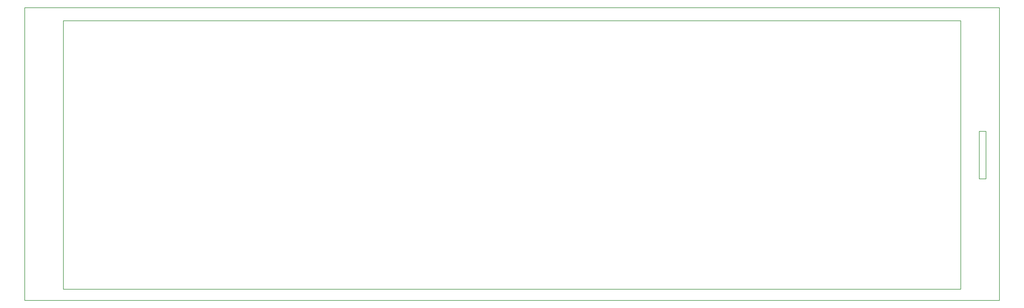
<source format=gko>
G04 Layer: BoardOutlineLayer*
G04 EasyEDA v6.5.34, 2023-10-02 19:34:43*
G04 56d437602cc94884939750fcd72203e9,5a6b42c53f6a479593ecc07194224c93,10*
G04 Gerber Generator version 0.2*
G04 Scale: 100 percent, Rotated: No, Reflected: No *
G04 Dimensions in millimeters *
G04 leading zeros omitted , absolute positions ,4 integer and 5 decimal *
%FSLAX45Y45*%
%MOMM*%

%ADD10C,0.2540*%
D10*
X2032000Y13296900D02*
G01*
X46228000Y13296900D01*
X46227908Y0D01*
X2031994Y0D01*
X2032000Y13296900D01*
X45313508Y7683489D02*
G01*
X45313508Y5524489D01*
X45313508Y5524489D02*
G01*
X45618308Y5524489D01*
X45618308Y5524489D02*
G01*
X45618308Y7683489D01*
X45618308Y7683489D02*
G01*
X45313508Y7683489D01*
X3784589Y12699974D02*
G01*
X3784589Y508000D01*
X3784589Y508000D02*
G01*
X44475308Y508000D01*
X44475308Y508000D02*
G01*
X44475308Y12699974D01*
X44475308Y12699974D02*
G01*
X3784589Y12699974D01*

%LPD*%
M02*

</source>
